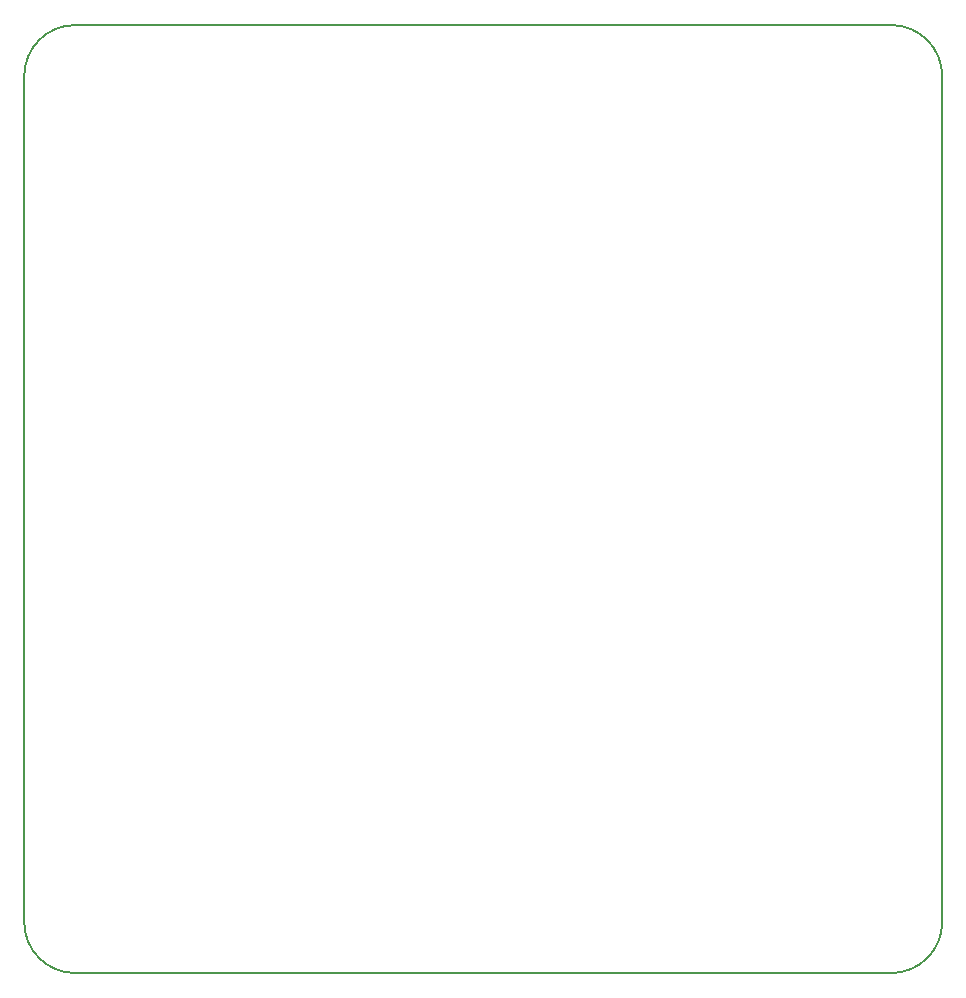
<source format=gbr>
G04 #@! TF.GenerationSoftware,KiCad,Pcbnew,(5.0.2)-1*
G04 #@! TF.CreationDate,2019-02-01T15:19:08+01:00*
G04 #@! TF.ProjectId,hac,6861632e-6b69-4636-9164-5f7063625858,rev?*
G04 #@! TF.SameCoordinates,Original*
G04 #@! TF.FileFunction,Profile,NP*
%FSLAX46Y46*%
G04 Gerber Fmt 4.6, Leading zero omitted, Abs format (unit mm)*
G04 Created by KiCad (PCBNEW (5.0.2)-1) date 2/1/2019 3:19:08 PM*
%MOMM*%
%LPD*%
G01*
G04 APERTURE LIST*
%ADD10C,0.150000*%
%ADD11C,0.200000*%
G04 APERTURE END LIST*
D10*
X197358000Y-146050000D02*
X197358000Y-74422000D01*
X123952000Y-150368000D02*
X193040000Y-150368000D01*
X119634000Y-74422000D02*
X119634000Y-146050000D01*
X193040000Y-70104000D02*
X123952000Y-70104000D01*
D11*
X119634000Y-74422000D02*
G75*
G02X123952000Y-70104000I4318000J0D01*
G01*
X123952000Y-150368000D02*
G75*
G02X119634000Y-146050000I0J4318000D01*
G01*
D10*
X193040000Y-70104000D02*
G75*
G02X197358000Y-74422000I0J-4318000D01*
G01*
D11*
X197358000Y-146050000D02*
G75*
G02X193040000Y-150368000I-4318000J0D01*
G01*
M02*

</source>
